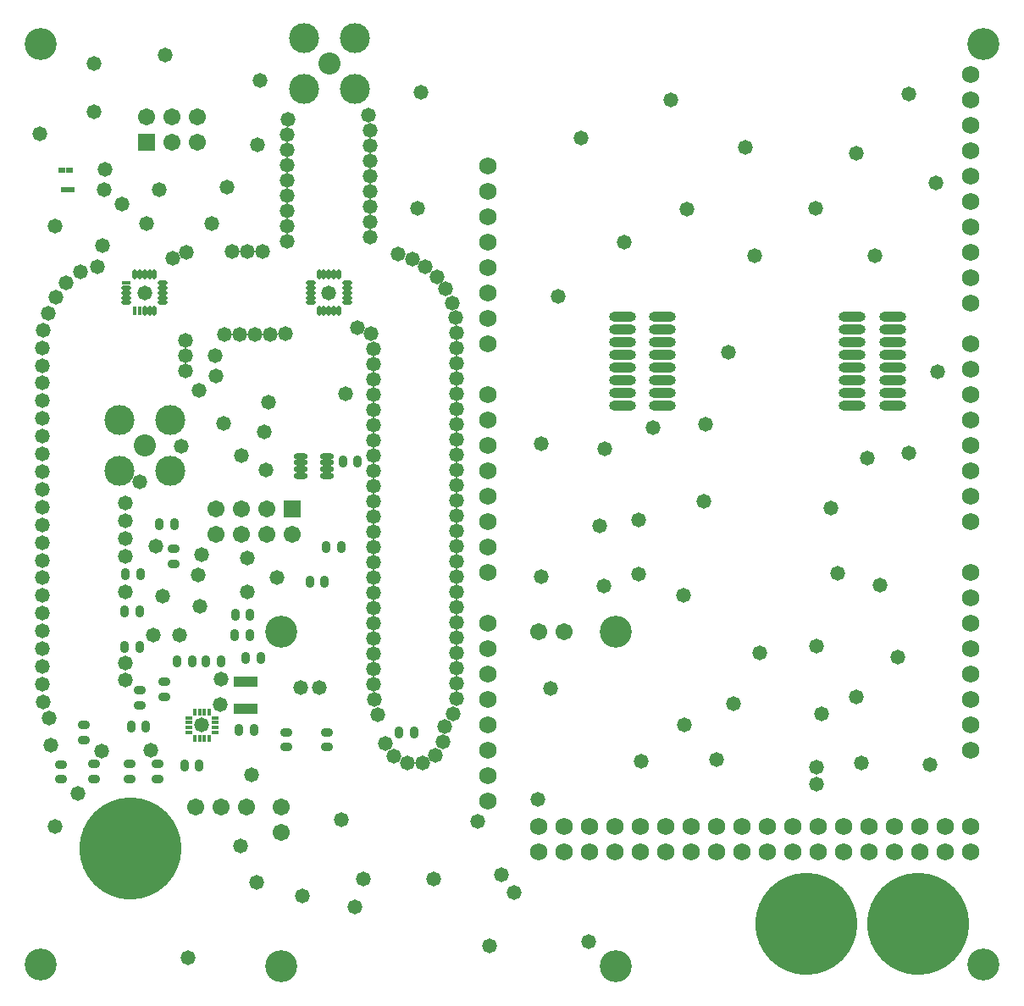
<source format=gts>
G04 Layer_Color=8388736*
%FSLAX25Y25*%
%MOIN*%
G70*
G01*
G75*
%ADD41R,0.02769X0.01981*%
G04:AMPARAMS|DCode=42|XSize=31.62mil|YSize=43.43mil|CornerRadius=9.91mil|HoleSize=0mil|Usage=FLASHONLY|Rotation=180.000|XOffset=0mil|YOffset=0mil|HoleType=Round|Shape=RoundedRectangle|*
%AMROUNDEDRECTD42*
21,1,0.03162,0.02362,0,0,180.0*
21,1,0.01181,0.04343,0,0,180.0*
1,1,0.01981,-0.00591,0.01181*
1,1,0.01981,0.00591,0.01181*
1,1,0.01981,0.00591,-0.01181*
1,1,0.01981,-0.00591,-0.01181*
%
%ADD42ROUNDEDRECTD42*%
%ADD43O,0.03989X0.01784*%
%ADD44O,0.01784X0.03989*%
%ADD45O,0.03780X0.01575*%
%ADD46O,0.01575X0.03780*%
%ADD47O,0.02913X0.01496*%
%ADD48O,0.01496X0.02913*%
G04:AMPARAMS|DCode=49|XSize=31.62mil|YSize=43.43mil|CornerRadius=9.91mil|HoleSize=0mil|Usage=FLASHONLY|Rotation=90.000|XOffset=0mil|YOffset=0mil|HoleType=Round|Shape=RoundedRectangle|*
%AMROUNDEDRECTD49*
21,1,0.03162,0.02362,0,0,90.0*
21,1,0.01181,0.04343,0,0,90.0*
1,1,0.01981,0.01181,0.00591*
1,1,0.01981,0.01181,-0.00591*
1,1,0.01981,-0.01181,-0.00591*
1,1,0.01981,-0.01181,0.00591*
%
%ADD49ROUNDEDRECTD49*%
%ADD50R,0.09461X0.03950*%
%ADD51O,0.05603X0.02375*%
%ADD52O,0.10642X0.03753*%
%ADD53C,0.06706*%
%ADD54R,0.06706X0.06706*%
%ADD55C,0.06800*%
%ADD56C,0.08674*%
%ADD57C,0.11824*%
%ADD58C,0.12611*%
%ADD59C,0.40170*%
%ADD60C,0.05800*%
D41*
X20374Y324705D02*
D03*
X23130D02*
D03*
X21260Y317028D02*
D03*
X24016D02*
D03*
D42*
X130118Y176378D02*
D03*
X124213D02*
D03*
X58713Y185275D02*
D03*
X64618D02*
D03*
X95888Y104350D02*
D03*
X89982D02*
D03*
X68413Y90375D02*
D03*
X74318D02*
D03*
X65713Y131175D02*
D03*
X71618D02*
D03*
X82874Y131300D02*
D03*
X76968D02*
D03*
X94193Y141634D02*
D03*
X88287D02*
D03*
X88484Y149705D02*
D03*
X94390D02*
D03*
X92673Y132693D02*
D03*
X98578D02*
D03*
X152902Y103167D02*
D03*
X158807D02*
D03*
X47441Y105610D02*
D03*
X53347D02*
D03*
X50962Y136815D02*
D03*
X45057D02*
D03*
X50962Y150988D02*
D03*
X45057D02*
D03*
X51218Y165675D02*
D03*
X45313D02*
D03*
X117815Y162599D02*
D03*
X123721D02*
D03*
X130807Y209843D02*
D03*
X136713D02*
D03*
D43*
X132480Y272441D02*
D03*
Y274409D02*
D03*
Y276378D02*
D03*
Y278346D02*
D03*
Y280315D02*
D03*
X118228D02*
D03*
Y278346D02*
D03*
Y276378D02*
D03*
Y274409D02*
D03*
Y272441D02*
D03*
X45669Y278347D02*
D03*
Y276378D02*
D03*
Y274410D02*
D03*
Y272441D02*
D03*
X59921D02*
D03*
Y274410D02*
D03*
Y276378D02*
D03*
Y278347D02*
D03*
Y280315D02*
D03*
D44*
X129291Y283504D02*
D03*
X127323D02*
D03*
X125354D02*
D03*
X123386D02*
D03*
X121417D02*
D03*
Y269252D02*
D03*
X123386D02*
D03*
X125354D02*
D03*
X127323D02*
D03*
X129291D02*
D03*
X52795D02*
D03*
X54764D02*
D03*
X56732D02*
D03*
Y283504D02*
D03*
X54764D02*
D03*
X52795D02*
D03*
X50827D02*
D03*
X48858D02*
D03*
D45*
X45669Y280315D02*
D03*
D46*
X48858Y269252D02*
D03*
X50827D02*
D03*
D47*
X70276Y109055D02*
D03*
Y107087D02*
D03*
Y105118D02*
D03*
Y103150D02*
D03*
X80512D02*
D03*
Y105118D02*
D03*
Y107087D02*
D03*
Y109055D02*
D03*
D48*
X72441Y100984D02*
D03*
X74410D02*
D03*
X76378D02*
D03*
X78347D02*
D03*
Y111221D02*
D03*
X76378D02*
D03*
X74410D02*
D03*
X72441D02*
D03*
D49*
X64265Y169722D02*
D03*
Y175628D02*
D03*
X28937Y100197D02*
D03*
Y106102D02*
D03*
X51066Y119928D02*
D03*
Y114022D02*
D03*
X60666Y117222D02*
D03*
Y123128D02*
D03*
X124665Y103328D02*
D03*
Y97422D02*
D03*
X108683Y103366D02*
D03*
Y97460D02*
D03*
X57965Y90828D02*
D03*
Y84922D02*
D03*
X47065Y90828D02*
D03*
Y84922D02*
D03*
X32965Y90828D02*
D03*
Y84922D02*
D03*
X19865Y90728D02*
D03*
Y84822D02*
D03*
D50*
X92665Y112560D02*
D03*
Y123190D02*
D03*
D51*
X124606Y204331D02*
D03*
Y206890D02*
D03*
Y209449D02*
D03*
Y212008D02*
D03*
X114291Y204331D02*
D03*
Y206890D02*
D03*
Y209449D02*
D03*
Y212008D02*
D03*
D52*
X256594Y231929D02*
D03*
Y236929D02*
D03*
Y241929D02*
D03*
Y246929D02*
D03*
Y251929D02*
D03*
Y256929D02*
D03*
Y261929D02*
D03*
Y266929D02*
D03*
X240846Y231929D02*
D03*
Y236929D02*
D03*
Y241929D02*
D03*
Y246929D02*
D03*
Y251929D02*
D03*
Y256929D02*
D03*
Y261929D02*
D03*
Y266929D02*
D03*
X347146Y231929D02*
D03*
Y236929D02*
D03*
Y241929D02*
D03*
Y246929D02*
D03*
Y251929D02*
D03*
Y256929D02*
D03*
Y261929D02*
D03*
Y266929D02*
D03*
X331398Y231929D02*
D03*
Y236929D02*
D03*
Y241929D02*
D03*
Y246929D02*
D03*
Y251929D02*
D03*
Y256929D02*
D03*
Y261929D02*
D03*
Y266929D02*
D03*
D53*
X106693Y73819D02*
D03*
Y63819D02*
D03*
X53543Y345630D02*
D03*
X63543Y335630D02*
D03*
Y345630D02*
D03*
X73543Y335630D02*
D03*
Y345630D02*
D03*
X72966Y73875D02*
D03*
X82965D02*
D03*
X92966D02*
D03*
X80803Y181188D02*
D03*
Y191188D02*
D03*
X90803Y181188D02*
D03*
Y191188D02*
D03*
X100803Y181188D02*
D03*
Y191188D02*
D03*
X110803Y181188D02*
D03*
X208012Y142815D02*
D03*
X217972D02*
D03*
D54*
X53543Y335630D02*
D03*
X110803Y191188D02*
D03*
D55*
X208051Y56339D02*
D03*
Y66339D02*
D03*
X218051Y56339D02*
D03*
Y66339D02*
D03*
X228051Y56339D02*
D03*
Y66339D02*
D03*
X238051Y56339D02*
D03*
Y66339D02*
D03*
X248051Y56339D02*
D03*
Y66339D02*
D03*
X258051Y56339D02*
D03*
Y66339D02*
D03*
X268051Y56339D02*
D03*
Y66339D02*
D03*
X278051Y56339D02*
D03*
Y66339D02*
D03*
X288051Y56339D02*
D03*
Y66339D02*
D03*
X298051Y56339D02*
D03*
Y66339D02*
D03*
X308051Y56339D02*
D03*
Y66339D02*
D03*
X318051Y56339D02*
D03*
Y66339D02*
D03*
X328051Y56339D02*
D03*
Y66339D02*
D03*
X338051Y56339D02*
D03*
Y66339D02*
D03*
X348051Y56339D02*
D03*
Y66339D02*
D03*
X358051Y56339D02*
D03*
Y66339D02*
D03*
X368051Y56339D02*
D03*
Y66339D02*
D03*
X378051Y56339D02*
D03*
Y66339D02*
D03*
Y362303D02*
D03*
Y352303D02*
D03*
Y342303D02*
D03*
Y332303D02*
D03*
Y322303D02*
D03*
Y312303D02*
D03*
Y302303D02*
D03*
Y292303D02*
D03*
Y282303D02*
D03*
Y272303D02*
D03*
X187992Y146358D02*
D03*
Y136358D02*
D03*
Y126358D02*
D03*
Y116358D02*
D03*
Y106358D02*
D03*
Y96358D02*
D03*
Y86358D02*
D03*
Y76358D02*
D03*
Y236319D02*
D03*
Y226319D02*
D03*
Y216319D02*
D03*
Y206319D02*
D03*
Y196319D02*
D03*
Y186319D02*
D03*
Y176319D02*
D03*
Y166319D02*
D03*
Y326280D02*
D03*
Y316280D02*
D03*
Y306280D02*
D03*
Y296280D02*
D03*
Y286280D02*
D03*
Y276280D02*
D03*
Y266280D02*
D03*
Y256280D02*
D03*
X378051Y256299D02*
D03*
Y246299D02*
D03*
Y236299D02*
D03*
Y226299D02*
D03*
Y216299D02*
D03*
Y206299D02*
D03*
Y196299D02*
D03*
Y186299D02*
D03*
Y166339D02*
D03*
Y156339D02*
D03*
Y146339D02*
D03*
Y136339D02*
D03*
Y126339D02*
D03*
Y116339D02*
D03*
Y106339D02*
D03*
Y96339D02*
D03*
D56*
X125492Y366437D02*
D03*
X52756Y216142D02*
D03*
D57*
X115492Y356437D02*
D03*
X135492D02*
D03*
Y376437D02*
D03*
X115492D02*
D03*
X62756Y226142D02*
D03*
X42756D02*
D03*
Y206142D02*
D03*
X62756D02*
D03*
D58*
X106693Y11319D02*
D03*
X238189D02*
D03*
Y142815D02*
D03*
X106693D02*
D03*
X11811Y11811D02*
D03*
X382973D02*
D03*
X382973Y374410D02*
D03*
X11811Y374410D02*
D03*
D59*
X313197Y28051D02*
D03*
X47343Y57579D02*
D03*
X357284Y28051D02*
D03*
D60*
X361910Y90650D02*
D03*
X207677Y76772D02*
D03*
X212500Y120473D02*
D03*
X233563Y160925D02*
D03*
X353445Y354528D02*
D03*
X364272Y319488D02*
D03*
X273622Y224508D02*
D03*
X365059Y245177D02*
D03*
X166732Y45669D02*
D03*
X130217Y68996D02*
D03*
X160138Y309449D02*
D03*
X11614Y338878D02*
D03*
X43996Y311122D02*
D03*
X82973Y124213D02*
D03*
X56201Y141437D02*
D03*
X66437D02*
D03*
X74508Y153051D02*
D03*
X93110Y172047D02*
D03*
X75295Y106102D02*
D03*
X57382Y176673D02*
D03*
X75098Y173327D02*
D03*
X125295Y276378D02*
D03*
X52756Y276280D02*
D03*
X79134Y303445D02*
D03*
X74311Y237992D02*
D03*
X80807Y243504D02*
D03*
X99320Y292710D02*
D03*
X93320D02*
D03*
X87320D02*
D03*
X69340Y292222D02*
D03*
X63771Y289990D02*
D03*
X84214Y260047D02*
D03*
X90214D02*
D03*
X96214D02*
D03*
X102214D02*
D03*
X108212Y260175D02*
D03*
X136502Y262590D02*
D03*
X141951Y260079D02*
D03*
X143011Y254173D02*
D03*
Y248173D02*
D03*
Y242173D02*
D03*
Y236173D02*
D03*
Y230173D02*
D03*
Y224173D02*
D03*
Y218173D02*
D03*
Y212173D02*
D03*
Y206173D02*
D03*
Y200173D02*
D03*
Y194173D02*
D03*
Y188173D02*
D03*
Y182173D02*
D03*
Y176173D02*
D03*
Y170173D02*
D03*
Y164173D02*
D03*
Y158173D02*
D03*
Y152173D02*
D03*
Y146173D02*
D03*
Y140173D02*
D03*
Y134173D02*
D03*
Y128173D02*
D03*
Y122173D02*
D03*
X143107Y116174D02*
D03*
X144650Y110376D02*
D03*
X147635Y98962D02*
D03*
X150777Y93850D02*
D03*
X156146Y91171D02*
D03*
X162143Y91330D02*
D03*
X167332Y94344D02*
D03*
X170168Y99632D02*
D03*
X170970Y105578D02*
D03*
X174098Y110698D02*
D03*
X175615Y116503D02*
D03*
X175678Y122503D02*
D03*
Y128503D02*
D03*
Y134503D02*
D03*
Y140503D02*
D03*
Y146503D02*
D03*
Y152503D02*
D03*
Y158503D02*
D03*
Y164503D02*
D03*
Y170503D02*
D03*
Y176503D02*
D03*
Y182503D02*
D03*
Y188503D02*
D03*
Y194503D02*
D03*
Y200503D02*
D03*
Y206503D02*
D03*
Y212503D02*
D03*
Y218503D02*
D03*
Y224503D02*
D03*
Y230503D02*
D03*
Y236503D02*
D03*
Y242503D02*
D03*
Y248503D02*
D03*
Y254503D02*
D03*
Y260503D02*
D03*
X175372Y266495D02*
D03*
X173927Y272318D02*
D03*
X171379Y277750D02*
D03*
X167769Y282543D02*
D03*
X163292Y286538D02*
D03*
X158100Y289545D02*
D03*
X152413Y291455D02*
D03*
X109099Y344513D02*
D03*
X108871Y338517D02*
D03*
X108884Y332517D02*
D03*
X108897Y326517D02*
D03*
X108909Y320517D02*
D03*
X108922Y314517D02*
D03*
X108935Y308517D02*
D03*
X108948Y302517D02*
D03*
X108961Y296517D02*
D03*
X141624Y298210D02*
D03*
X141612Y304210D02*
D03*
X141599Y310210D02*
D03*
X141586Y316210D02*
D03*
X141573Y322210D02*
D03*
X141560Y328210D02*
D03*
X141547Y334210D02*
D03*
X141534Y340210D02*
D03*
X140918Y346178D02*
D03*
X161417Y355315D02*
D03*
X50947Y201913D02*
D03*
X67125Y215961D02*
D03*
X68915Y245595D02*
D03*
X68952Y251595D02*
D03*
X68958Y257595D02*
D03*
X34139Y286646D02*
D03*
X27488Y284567D02*
D03*
X22031Y280233D02*
D03*
X17833Y274671D02*
D03*
X14806Y268394D02*
D03*
X13070Y261646D02*
D03*
X12604Y254693D02*
D03*
Y247724D02*
D03*
Y240756D02*
D03*
Y233787D02*
D03*
Y226819D02*
D03*
Y219850D02*
D03*
Y212882D02*
D03*
Y205913D02*
D03*
Y198945D02*
D03*
Y191976D02*
D03*
Y185008D02*
D03*
Y178039D02*
D03*
Y171071D02*
D03*
Y164102D02*
D03*
Y157134D02*
D03*
Y150165D02*
D03*
Y143197D02*
D03*
Y136228D02*
D03*
Y129260D02*
D03*
Y122291D02*
D03*
X12985Y115333D02*
D03*
X15364Y108783D02*
D03*
X36024Y96063D02*
D03*
X55277Y96099D02*
D03*
X45271Y123761D02*
D03*
Y130729D02*
D03*
Y158603D02*
D03*
Y172540D02*
D03*
Y179509D02*
D03*
Y186477D02*
D03*
Y193446D02*
D03*
X80610Y251575D02*
D03*
X82677Y114370D02*
D03*
X198130Y40157D02*
D03*
X193406Y47244D02*
D03*
X58563Y316929D02*
D03*
X121654Y121063D02*
D03*
X114272D02*
D03*
X73765Y165375D02*
D03*
X100703Y206588D02*
D03*
X93265Y158675D02*
D03*
X37402Y324803D02*
D03*
X36811Y317028D02*
D03*
X264941Y157165D02*
D03*
X332874Y117126D02*
D03*
X317126Y137106D02*
D03*
X342323Y161221D02*
D03*
X322933Y191634D02*
D03*
X353445Y213189D02*
D03*
X349213Y132874D02*
D03*
X325591Y165945D02*
D03*
X294783Y134547D02*
D03*
X265158Y106102D02*
D03*
X277953Y92421D02*
D03*
X284547Y114665D02*
D03*
X247343Y165453D02*
D03*
X233760Y214862D02*
D03*
X253051Y223228D02*
D03*
X247343Y186909D02*
D03*
X248327Y91929D02*
D03*
X188484Y19390D02*
D03*
X138878Y45571D02*
D03*
X183760Y68307D02*
D03*
X90551Y58662D02*
D03*
X208957Y164567D02*
D03*
X231890Y184646D02*
D03*
X208957Y217028D02*
D03*
X241437Y296358D02*
D03*
X289173Y333563D02*
D03*
X292914Y291043D02*
D03*
X333071Y331201D02*
D03*
X224705Y337402D02*
D03*
X266240Y309252D02*
D03*
X340256Y291043D02*
D03*
X316831Y309646D02*
D03*
X282480Y252854D02*
D03*
X272933Y194193D02*
D03*
X215650Y274803D02*
D03*
X98228Y359941D02*
D03*
X97244Y334449D02*
D03*
X32973Y366732D02*
D03*
X60925Y369980D02*
D03*
X17520Y302658D02*
D03*
X36122Y294980D02*
D03*
X115059Y39075D02*
D03*
X69980Y14665D02*
D03*
X96752Y44291D02*
D03*
X17520Y66142D02*
D03*
X26575Y79232D02*
D03*
X135433Y34744D02*
D03*
X227559Y20866D02*
D03*
X334941Y91240D02*
D03*
X319193Y110630D02*
D03*
X337402Y211319D02*
D03*
X99803Y221555D02*
D03*
X101575Y233366D02*
D03*
X83858Y224803D02*
D03*
X85335Y317914D02*
D03*
X94882Y86417D02*
D03*
X104921Y164173D02*
D03*
X60039Y156988D02*
D03*
X131890Y236713D02*
D03*
X16043Y98327D02*
D03*
X90847Y212106D02*
D03*
X32776Y347539D02*
D03*
X260039Y352362D02*
D03*
X317225Y89567D02*
D03*
X317323Y82973D02*
D03*
X53543Y303642D02*
D03*
M02*

</source>
